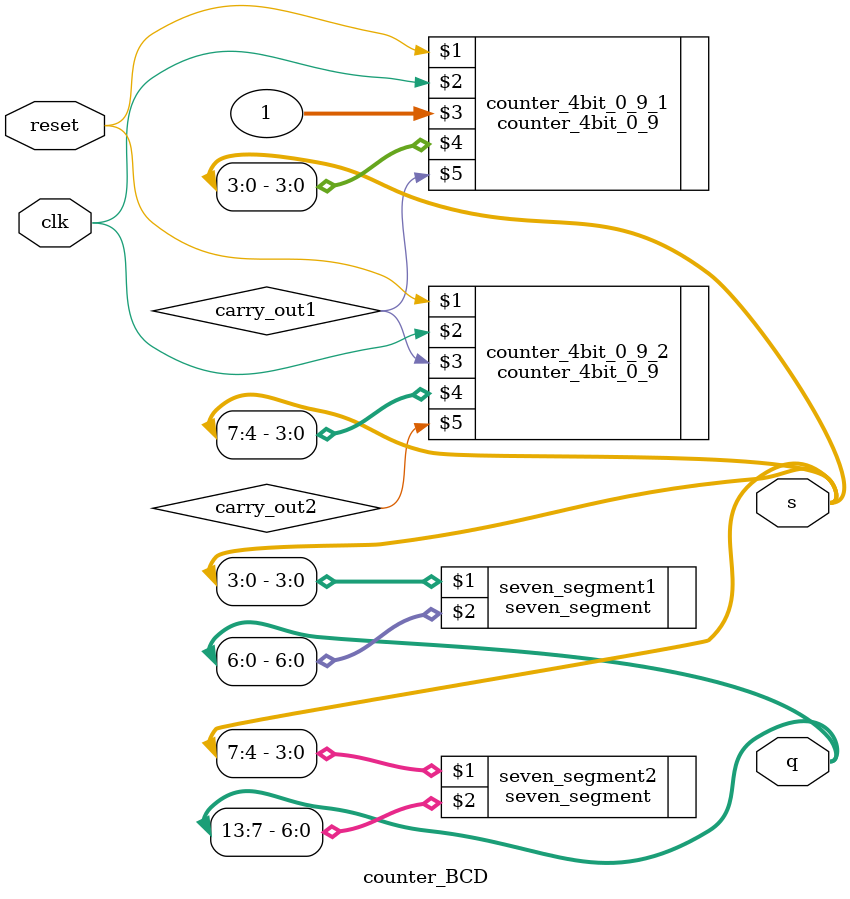
<source format=sv>
`timescale 1ns/10ps
module counter_BCD(
	input reset,					//重置
	input clk,						//時脈
	output logic [13:0] q,	   //輸出
	output logic [7:0] s       //輸出16進位，方便debug <ex>1001,0001 -> 91
);

logic carry_out1,carry_out2;

//計數器，負責個位數，每次都要+1所以carry_in的位置放1，得到的值存在s[3:0]裡，進位放在carry_out1
counter_4bit_0_9 counter_4bit_0_9_1(reset, clk,          1, s[3:0], carry_out1);

//計數器，負責十位數，只有個位數有進位時才要+1,所以carry_in的位置放carry_out1，得到的值存在s[7:4]裡，進位放在carry_out2
counter_4bit_0_9 counter_4bit_0_9_2(reset, clk, carry_out1, s[7:4], carry_out2);

//個位數的七段顯示器，將s[3:0]轉成七段顯示
seven_segment seven_segment1(s[3:0],q[6:0]); 

//個位數的七段顯示器，將s[7:4]轉成七段顯示
seven_segment seven_segment2(s[7:4],q[13:7]);
	
endmodule

</source>
